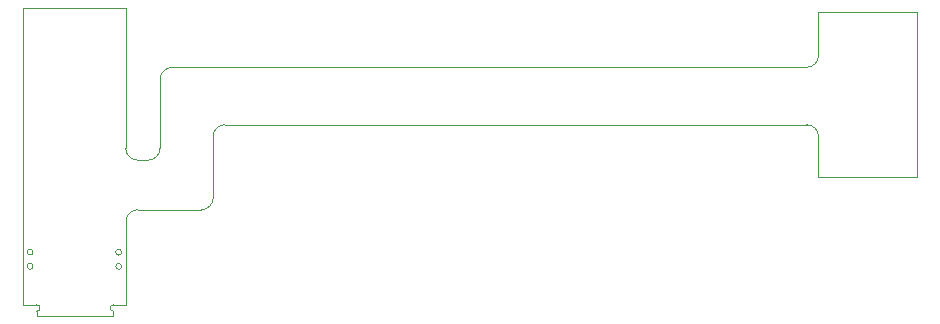
<source format=gm1>
G04 #@! TF.GenerationSoftware,KiCad,Pcbnew,9.0.1*
G04 #@! TF.CreationDate,2025-05-16T11:50:47+02:00*
G04 #@! TF.ProjectId,long flex with bend,6c6f6e67-2066-46c6-9578-207769746820,rev?*
G04 #@! TF.SameCoordinates,Original*
G04 #@! TF.FileFunction,Profile,NP*
%FSLAX46Y46*%
G04 Gerber Fmt 4.6, Leading zero omitted, Abs format (unit mm)*
G04 Created by KiCad (PCBNEW 9.0.1) date 2025-05-16 11:50:47*
%MOMM*%
%LPD*%
G01*
G04 APERTURE LIST*
G04 #@! TA.AperFunction,Profile*
%ADD10C,0.050000*%
G04 #@! TD*
G04 APERTURE END LIST*
D10*
X148000000Y-80400000D02*
X190500000Y-80400000D01*
X147000000Y-75550000D02*
X189250000Y-75550000D01*
X147000000Y-86600000D02*
G75*
G02*
X146000000Y-87600000I-1000000J0D01*
G01*
X132062500Y-96200000D02*
X132062500Y-96600000D01*
X138562500Y-96200000D02*
X138562500Y-96600000D01*
X139250000Y-92400000D02*
G75*
G02*
X138750000Y-92400000I-250000J0D01*
G01*
X138750000Y-92400000D02*
G75*
G02*
X139250000Y-92400000I250000J0D01*
G01*
X140600000Y-83400000D02*
G75*
G02*
X139600000Y-82400000I0J1000000D01*
G01*
X142500000Y-82400000D02*
X142500000Y-76600000D01*
X140600000Y-83400000D02*
X141500000Y-83400000D01*
X197250000Y-75550000D02*
X189250000Y-75550000D01*
X139600000Y-70500000D02*
X130875000Y-70500000D01*
X197250000Y-80400000D02*
G75*
G02*
X198250000Y-81400000I0J-1000000D01*
G01*
X190500000Y-80400000D02*
X197250000Y-80400000D01*
X140625000Y-87600000D02*
X146000000Y-87600000D01*
X132062500Y-95650000D02*
G75*
G02*
X132062500Y-96200000I0J-275000D01*
G01*
X131750000Y-91200000D02*
G75*
G02*
X131250000Y-91200000I-250000J0D01*
G01*
X131250000Y-91200000D02*
G75*
G02*
X131750000Y-91200000I250000J0D01*
G01*
X198250000Y-74550000D02*
G75*
G02*
X197250000Y-75550000I-1000000J0D01*
G01*
X147000000Y-86600000D02*
X147000000Y-81400000D01*
X132062500Y-95650000D02*
X130875000Y-95650000D01*
X138562500Y-95650000D02*
X139625000Y-95650000D01*
X138562500Y-96200000D02*
G75*
G02*
X138562500Y-95650000I0J275000D01*
G01*
X198250000Y-81400000D02*
X198250000Y-84850000D01*
X198250000Y-70850000D02*
X198250000Y-74550000D01*
X147000000Y-81400000D02*
G75*
G02*
X148000000Y-80400000I1000000J0D01*
G01*
X131750000Y-92400000D02*
G75*
G02*
X131250000Y-92400000I-250000J0D01*
G01*
X131250000Y-92400000D02*
G75*
G02*
X131750000Y-92400000I250000J0D01*
G01*
X206625000Y-84850000D02*
X206625000Y-70850000D01*
X198250000Y-84850000D02*
X206625000Y-84850000D01*
X139600000Y-82400000D02*
X139600000Y-70500000D01*
X138562500Y-96600000D02*
X132062500Y-96600000D01*
X142498810Y-76600000D02*
G75*
G02*
X143500000Y-75550000I1051190J0D01*
G01*
X206625000Y-70850000D02*
X198250000Y-70850000D01*
X142500000Y-82400000D02*
G75*
G02*
X141500000Y-83400000I-1000000J0D01*
G01*
X139250000Y-91200000D02*
G75*
G02*
X138750000Y-91200000I-250000J0D01*
G01*
X138750000Y-91200000D02*
G75*
G02*
X139250000Y-91200000I250000J0D01*
G01*
X139625000Y-95650000D02*
X139625000Y-88600000D01*
X139625000Y-88600000D02*
G75*
G02*
X140625000Y-87600000I1000000J0D01*
G01*
X147000000Y-75550000D02*
X143500000Y-75550000D01*
X130875000Y-95650000D02*
X130875000Y-70500000D01*
M02*

</source>
